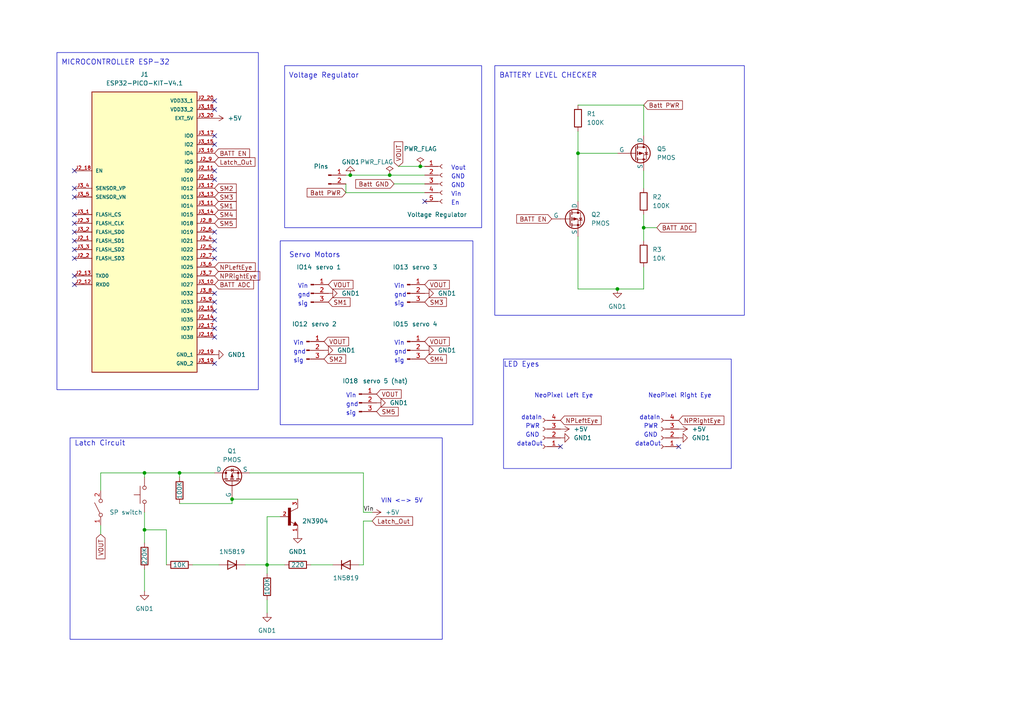
<source format=kicad_sch>
(kicad_sch (version 20230121) (generator eeschema)
  (paper "A4")
  (lib_symbols
    (symbol "2N3904:2N3904" (pin_names (offset 1.016))
      (property "Reference" "Q" (at -10.16 7.62 0))
      (property "Value" "2N3904" (at -10.16 -7.62 0))
      (symbol "2N3904_0_0"
        (rectangle (start -0.254 -2.54) (end 0.508 2.54) (stroke (width 0.1)) (fill (type outline)))
        (polyline (pts (xy 1.27 -2.54) (xy 1.778 -1.524)) (stroke (width 0.1524)))
        (polyline (pts (xy 1.524 -2.413) (xy 2.286 -2.413)) (stroke (width 0.254)))
        (polyline (pts (xy 1.524 -2.286) (xy 1.905 -2.286)) (stroke (width 0.254)))
        (polyline (pts (xy 1.54 -2.04) (xy 0.308 -1.424)) (stroke (width 0.1524)))
        (polyline (pts (xy 1.778 -1.778) (xy 1.524 -2.286)) (stroke (width 0.254)))
        (polyline (pts (xy 1.778 -1.524) (xy 2.54 -2.54)) (stroke (width 0.1524)))
        (polyline (pts (xy 1.905 -2.286) (xy 1.778 -2.032)) (stroke (width 0.254)))
        (polyline (pts (xy 2.286 -2.413) (xy 1.778 -1.778)) (stroke (width 0.254)))
        (polyline (pts (xy 2.54 -2.54) (xy 1.27 -2.54)) (stroke (width 0.1524)))
        (polyline (pts (xy 2.54 2.54) (xy 0.508 1.524)) (stroke (width 0.1524)))
        (pin passive line (at 2.54 -5.08 90) (length 2.54) (name "~") (number "1"))
        (pin passive line (at -2.54 0 0) (length 2.54) (name "~") (number "2"))
        (pin passive line (at 2.54 5.08 270) (length 2.54) (name "~") (number "3"))
      )
    )
    (symbol "Connector:Conn_01x02_Pin" (pin_names (offset 1.016) hide)
      (property "Reference" "J" (at 0 2.54 0))
      (property "Value" "Conn_01x02_Pin" (at 0 -5.08 0))
      (symbol "Conn_01x02_Pin_1_1"
        (polyline (pts (xy 1.27 -2.54) (xy 0.8636 -2.54)) (stroke (width 0.1524)))
        (polyline (pts (xy 1.27 0) (xy 0.8636 0)) (stroke (width 0.1524)))
        (rectangle (start 0.8636 -2.413) (end 0 -2.667) (stroke (width 0.1524)) (fill (type outline)))
        (rectangle (start 0.8636 0.127) (end 0 -0.127) (stroke (width 0.1524)) (fill (type outline)))
        (pin passive line (at 5.08 0 180) (length 3.81) (name "Pin_1") (number "1"))
        (pin passive line (at 5.08 -2.54 180) (length 3.81) (name "Pin_2") (number "2"))
      )
    )
    (symbol "Connector:Conn_01x03_Pin" (pin_names (offset 1.016) hide)
      (property "Reference" "J" (at 0 5.08 0))
      (property "Value" "Conn_01x03_Pin" (at 0 -5.08 0))
      (symbol "Conn_01x03_Pin_1_1"
        (polyline (pts (xy 1.27 -2.54) (xy 0.8636 -2.54)) (stroke (width 0.1524)))
        (polyline (pts (xy 1.27 0) (xy 0.8636 0)) (stroke (width 0.1524)))
        (polyline (pts (xy 1.27 2.54) (xy 0.8636 2.54)) (stroke (width 0.1524)))
        (rectangle (start 0.8636 -2.413) (end 0 -2.667) (stroke (width 0.1524)) (fill (type outline)))
        (rectangle (start 0.8636 0.127) (end 0 -0.127) (stroke (width 0.1524)) (fill (type outline)))
        (rectangle (start 0.8636 2.667) (end 0 2.413) (stroke (width 0.1524)) (fill (type outline)))
        (pin passive line (at 5.08 2.54 180) (length 3.81) (name "Pin_1") (number "1"))
        (pin passive line (at 5.08 0 180) (length 3.81) (name "Pin_2") (number "2"))
        (pin passive line (at 5.08 -2.54 180) (length 3.81) (name "Pin_3") (number "3"))
      )
    )
    (symbol "Connector:Conn_01x04_Socket" (pin_names (offset 1.016) hide)
      (property "Reference" "J" (at 0 5.08 0))
      (property "Value" "Conn_01x04_Socket" (at 0 -7.62 0))
      (symbol "Conn_01x04_Socket_1_1"
        (arc (start 0 -4.572) (mid -0.5058 -5.08) (end 0 -5.588) (stroke (width 0.1524)))
        (arc (start 0 -2.032) (mid -0.5058 -2.54) (end 0 -3.048) (stroke (width 0.1524)))
        (polyline (pts (xy -1.27 -5.08) (xy -0.508 -5.08)) (stroke (width 0.1524)))
        (polyline (pts (xy -1.27 -2.54) (xy -0.508 -2.54)) (stroke (width 0.1524)))
        (polyline (pts (xy -1.27 0) (xy -0.508 0)) (stroke (width 0.1524)))
        (polyline (pts (xy -1.27 2.54) (xy -0.508 2.54)) (stroke (width 0.1524)))
        (arc (start 0 0.508) (mid -0.5058 0) (end 0 -0.508) (stroke (width 0.1524)))
        (arc (start 0 3.048) (mid -0.5058 2.54) (end 0 2.032) (stroke (width 0.1524)))
        (pin passive line (at -5.08 2.54 0) (length 3.81) (name "Pin_1") (number "1"))
        (pin passive line (at -5.08 0 0) (length 3.81) (name "Pin_2") (number "2"))
        (pin passive line (at -5.08 -2.54 0) (length 3.81) (name "Pin_3") (number "3"))
        (pin passive line (at -5.08 -5.08 0) (length 3.81) (name "Pin_4") (number "4"))
      )
    )
    (symbol "Connector:Conn_01x05_Socket" (pin_names (offset 1.016) hide)
      (property "Reference" "J" (at 0 7.62 0))
      (property "Value" "Conn_01x05_Socket" (at 0 -7.62 0))
      (symbol "Conn_01x05_Socket_1_1"
        (arc (start 0 -4.572) (mid -0.5058 -5.08) (end 0 -5.588) (stroke (width 0.1524)))
        (arc (start 0 -2.032) (mid -0.5058 -2.54) (end 0 -3.048) (stroke (width 0.1524)))
        (polyline (pts (xy -1.27 -5.08) (xy -0.508 -5.08)) (stroke (width 0.1524)))
        (polyline (pts (xy -1.27 -2.54) (xy -0.508 -2.54)) (stroke (width 0.1524)))
        (polyline (pts (xy -1.27 0) (xy -0.508 0)) (stroke (width 0.1524)))
        (polyline (pts (xy -1.27 2.54) (xy -0.508 2.54)) (stroke (width 0.1524)))
        (polyline (pts (xy -1.27 5.08) (xy -0.508 5.08)) (stroke (width 0.1524)))
        (arc (start 0 0.508) (mid -0.5058 0) (end 0 -0.508) (stroke (width 0.1524)))
        (arc (start 0 3.048) (mid -0.5058 2.54) (end 0 2.032) (stroke (width 0.1524)))
        (arc (start 0 5.588) (mid -0.5058 5.08) (end 0 4.572) (stroke (width 0.1524)))
        (pin passive line (at -5.08 5.08 0) (length 3.81) (name "Pin_1") (number "1"))
        (pin passive line (at -5.08 2.54 0) (length 3.81) (name "Pin_2") (number "2"))
        (pin passive line (at -5.08 0 0) (length 3.81) (name "Pin_3") (number "3"))
        (pin passive line (at -5.08 -2.54 0) (length 3.81) (name "Pin_4") (number "4"))
        (pin passive line (at -5.08 -5.08 0) (length 3.81) (name "Pin_5") (number "5"))
      )
    )
    (symbol "Device:R" (pin_numbers hide) (pin_names (offset 0))
      (property "Reference" "R" (at 2.032 0 90))
      (property "Value" "R" (at 0 0 90))
      (symbol "R_0_1"
        (rectangle (start -1.016 -2.54) (end 1.016 2.54) (stroke (width 0.254)))
      )
      (symbol "R_1_1"
        (pin passive line (at 0 3.81 270) (length 1.27) (name "~") (number "1"))
        (pin passive line (at 0 -3.81 90) (length 1.27) (name "~") (number "2"))
      )
    )
    (symbol "Diode:1N4006" (pin_numbers hide) (pin_names hide)
      (property "Reference" "D" (at 0 2.54 0))
      (property "Value" "1N4006" (at 0 -2.54 0))
      (symbol "1N4006_0_1"
        (polyline (pts (xy -1.27 1.27) (xy -1.27 -1.27)) (stroke (width 0.254)))
        (polyline (pts (xy 1.27 0) (xy -1.27 0)))
        (polyline (pts (xy 1.27 1.27) (xy 1.27 -1.27) (xy -1.27 0) (xy 1.27 1.27)) (stroke (width 0.254)))
      )
      (symbol "1N4006_1_1"
        (pin passive line (at -3.81 0 0) (length 2.54) (name "K") (number "1"))
        (pin passive line (at 3.81 0 180) (length 2.54) (name "A") (number "2"))
      )
    )
    (symbol "ESP32-PICO-KIT-V4.1:ESP32-PICO-KIT-V4.1" (pin_names (offset 1.016))
      (property "Reference" "J" (at -15.24 41.91 0))
      (property "Value" "ESP32-PICO-KIT-V4.1" (at -15.24 -43.18 0))
      (symbol "ESP32-PICO-KIT-V4.1_0_0"
        (rectangle (start -15.24 -40.64) (end 15.24 40.64) (stroke (width 0.254)) (fill (type background)))
        (pin bidirectional line (at -20.32 -2.54 0) (length 5.08) (name "FLASH_SD1") (number "J2_1"))
        (pin bidirectional line (at 20.32 15.24 180) (length 5.08) (name "IO10") (number "J2_10"))
        (pin bidirectional line (at 20.32 17.78 180) (length 5.08) (name "IO9") (number "J2_11"))
        (pin bidirectional line (at -20.32 -15.24 0) (length 5.08) (name "RXD0") (number "J2_12"))
        (pin bidirectional line (at -20.32 -12.7 0) (length 5.08) (name "TXD0") (number "J2_13"))
        (pin input line (at 20.32 -25.4 180) (length 5.08) (name "IO35") (number "J2_14"))
        (pin input line (at 20.32 -22.86 180) (length 5.08) (name "IO34") (number "J2_15"))
        (pin input line (at 20.32 -30.48 180) (length 5.08) (name "IO38") (number "J2_16"))
        (pin input line (at 20.32 -27.94 180) (length 5.08) (name "IO37") (number "J2_17"))
        (pin input line (at -20.32 17.78 0) (length 5.08) (name "EN") (number "J2_18"))
        (pin power_in line (at 20.32 -35.56 180) (length 5.08) (name "GND_1") (number "J2_19"))
        (pin bidirectional line (at -20.32 -7.62 0) (length 5.08) (name "FLASH_SD3") (number "J2_2"))
        (pin power_in line (at 20.32 38.1 180) (length 5.08) (name "VDD33_1") (number "J2_20"))
        (pin bidirectional line (at -20.32 2.54 0) (length 5.08) (name "FLASH_CLK") (number "J2_3"))
        (pin bidirectional line (at 20.32 -2.54 180) (length 5.08) (name "IO21") (number "J2_4"))
        (pin bidirectional line (at 20.32 -5.08 180) (length 5.08) (name "IO22") (number "J2_5"))
        (pin bidirectional line (at 20.32 0 180) (length 5.08) (name "IO19") (number "J2_6"))
        (pin bidirectional line (at 20.32 -7.62 180) (length 5.08) (name "IO23") (number "J2_7"))
        (pin bidirectional line (at 20.32 2.54 180) (length 5.08) (name "IO18") (number "J2_8"))
        (pin bidirectional line (at 20.32 20.32 180) (length 5.08) (name "IO5") (number "J2_9"))
        (pin bidirectional line (at -20.32 5.08 0) (length 5.08) (name "FLASH_CS") (number "J3_1"))
        (pin bidirectional line (at 20.32 -15.24 180) (length 5.08) (name "IO27") (number "J3_10"))
        (pin bidirectional line (at 20.32 7.62 180) (length 5.08) (name "IO14") (number "J3_11"))
        (pin bidirectional line (at 20.32 12.7 180) (length 5.08) (name "IO12") (number "J3_12"))
        (pin bidirectional line (at 20.32 10.16 180) (length 5.08) (name "IO13") (number "J3_13"))
        (pin bidirectional line (at 20.32 5.08 180) (length 5.08) (name "IO15") (number "J3_14"))
        (pin bidirectional line (at 20.32 25.4 180) (length 5.08) (name "IO2") (number "J3_15"))
        (pin bidirectional line (at 20.32 22.86 180) (length 5.08) (name "IO4") (number "J3_16"))
        (pin bidirectional line (at 20.32 27.94 180) (length 5.08) (name "IO0") (number "J3_17"))
        (pin power_in line (at 20.32 35.56 180) (length 5.08) (name "VDD33_2") (number "J3_18"))
        (pin power_in line (at 20.32 -38.1 180) (length 5.08) (name "GND_2") (number "J3_19"))
        (pin bidirectional line (at -20.32 0 0) (length 5.08) (name "FLASH_SD0") (number "J3_2"))
        (pin power_in line (at 20.32 33.02 180) (length 5.08) (name "EXT_5V") (number "J3_20"))
        (pin bidirectional line (at -20.32 -5.08 0) (length 5.08) (name "FLASH_SD2") (number "J3_3"))
        (pin input line (at -20.32 12.7 0) (length 5.08) (name "SENSOR_VP") (number "J3_4"))
        (pin input line (at -20.32 10.16 0) (length 5.08) (name "SENSOR_VN") (number "J3_5"))
        (pin bidirectional line (at 20.32 -10.16 180) (length 5.08) (name "IO25") (number "J3_6"))
        (pin bidirectional line (at 20.32 -12.7 180) (length 5.08) (name "IO26") (number "J3_7"))
        (pin bidirectional line (at 20.32 -17.78 180) (length 5.08) (name "IO32") (number "J3_8"))
        (pin bidirectional line (at 20.32 -20.32 180) (length 5.08) (name "IO33") (number "J3_9"))
      )
    )
    (symbol "Simulation_SPICE:PMOS" (pin_numbers hide) (pin_names (offset 0))
      (property "Reference" "Q" (at 5.08 1.27 0))
      (property "Value" "PMOS" (at 5.08 -1.27 0))
      (symbol "PMOS_0_1"
        (polyline (pts (xy 0.254 0) (xy -2.54 0)))
        (polyline (pts (xy 0.254 1.905) (xy 0.254 -1.905)) (stroke (width 0.254)))
        (polyline (pts (xy 0.762 -1.27) (xy 0.762 -2.286)) (stroke (width 0.254)))
        (polyline (pts (xy 0.762 0.508) (xy 0.762 -0.508)) (stroke (width 0.254)))
        (polyline (pts (xy 0.762 2.286) (xy 0.762 1.27)) (stroke (width 0.254)))
        (polyline (pts (xy 2.54 2.54) (xy 2.54 1.778)))
        (polyline (pts (xy 2.54 -2.54) (xy 2.54 0) (xy 0.762 0)))
        (polyline (pts (xy 0.762 1.778) (xy 3.302 1.778) (xy 3.302 -1.778) (xy 0.762 -1.778)))
        (polyline (pts (xy 2.286 0) (xy 1.27 0.381) (xy 1.27 -0.381) (xy 2.286 0)) (fill (type outline)))
        (polyline (pts (xy 2.794 -0.508) (xy 2.921 -0.381) (xy 3.683 -0.381) (xy 3.81 -0.254)))
        (polyline (pts (xy 3.302 -0.381) (xy 2.921 0.254) (xy 3.683 0.254) (xy 3.302 -0.381)))
        (circle (center 1.651 0) (radius 2.794) (stroke (width 0.254)))
        (circle (center 2.54 -1.778) (radius 0.254) (fill (type outline)))
        (circle (center 2.54 1.778) (radius 0.254) (fill (type outline)))
      )
      (symbol "PMOS_1_1"
        (pin passive line (at 2.54 5.08 270) (length 2.54) (name "D") (number "1"))
        (pin input line (at -5.08 0 0) (length 2.54) (name "G") (number "2"))
        (pin passive line (at 2.54 -5.08 90) (length 2.54) (name "S") (number "3"))
      )
    )
    (symbol "Switch:SW_Push" (pin_numbers hide) (pin_names (offset 1.016) hide)
      (property "Reference" "SW" (at 1.27 2.54 0))
      (property "Value" "SW_Push" (at 0 -1.524 0))
      (symbol "SW_Push_0_1"
        (circle (center -2.032 0) (radius 0.508))
        (polyline (pts (xy 0 1.27) (xy 0 3.048)))
        (polyline (pts (xy 2.54 1.27) (xy -2.54 1.27)))
        (circle (center 2.032 0) (radius 0.508))
        (pin passive line (at -5.08 0 0) (length 2.54) (name "1") (number "1"))
        (pin passive line (at 5.08 0 180) (length 2.54) (name "2") (number "2"))
      )
    )
    (symbol "Switch:SW_SPST" (pin_names (offset 0) hide)
      (property "Reference" "SW" (at 0 3.175 0))
      (property "Value" "SW_SPST" (at 0 -2.54 0))
      (symbol "SW_SPST_0_0"
        (circle (center -2.032 0) (radius 0.508))
        (polyline (pts (xy -1.524 0.254) (xy 1.524 1.778)))
        (circle (center 2.032 0) (radius 0.508))
      )
      (symbol "SW_SPST_1_1"
        (pin passive line (at -5.08 0 0) (length 2.54) (name "A") (number "1"))
        (pin passive line (at 5.08 0 180) (length 2.54) (name "B") (number "2"))
      )
    )
    (symbol "power:+5V" (power) (pin_names (offset 0))
      (property "Value" "+5V" (at 0 3.556 0))
      (symbol "+5V_0_1"
        (polyline (pts (xy -0.762 1.27) (xy 0 2.54)))
        (polyline (pts (xy 0 0) (xy 0 2.54)))
        (polyline (pts (xy 0 2.54) (xy 0.762 1.27)))
      )
      (symbol "+5V_1_1"
        (pin power_in line (at 0 0 90) (length 0) hide (name "+5V") (number "1"))
      )
    )
    (symbol "power:GND1" (power) (pin_names (offset 0))
      (property "Value" "GND1" (at 0 -3.81 0))
      (symbol "GND1_0_1"
        (polyline (pts (xy 0 0) (xy 0 -1.27) (xy 1.27 -1.27) (xy 0 -2.54) (xy -1.27 -1.27) (xy 0 -1.27)))
      )
      (symbol "GND1_1_1"
        (pin power_in line (at 0 0 270) (length 0) hide (name "GND1") (number "1"))
      )
    )
    (symbol "power:PWR_FLAG" (power) (pin_numbers hide) (pin_names (offset 0) hide)
      (property "Value" "PWR_FLAG" (at 0 3.81 0))
      (symbol "PWR_FLAG_0_0"
        (pin power_out line (at 0 0 90) (length 0) (name "pwr") (number "1"))
      )
      (symbol "PWR_FLAG_0_1"
        (polyline (pts (xy 0 0) (xy 0 1.27) (xy -1.016 1.905) (xy 0 2.54) (xy 1.016 1.905) (xy 0 1.27)))
      )
    )
  )
  (junction (at 179.07 83.82))
  (junction (at 167.64 44.45))
  (junction (at 186.69 66.04))
  (junction (at 41.91 137.16))
  (junction (at 67.31 144.78))
  (junction (at 77.47 163.83))
  (junction (at 121.92 48.26))
  (junction (at 41.91 153.67))
  (junction (at 113.03 50.8))
  (junction (at 101.6 50.8))
  (junction (at 52.07 137.16))
  (no_connect (at 62.23 74.93))
  (no_connect (at 21.59 64.77))
  (no_connect (at 62.23 39.37))
  (no_connect (at 21.59 72.39))
  (no_connect (at 123.19 58.42))
  (no_connect (at 62.23 41.91))
  (no_connect (at 21.59 49.53))
  (no_connect (at 21.59 69.85))
  (no_connect (at 62.23 52.07))
  (no_connect (at 62.23 67.31))
  (no_connect (at 62.23 105.41))
  (no_connect (at 62.23 87.63))
  (no_connect (at 62.23 85.09))
  (no_connect (at 196.85 129.54))
  (no_connect (at 162.56 129.54))
  (no_connect (at 62.23 97.79))
  (no_connect (at 62.23 90.17))
  (no_connect (at 62.23 72.39))
  (no_connect (at 62.23 92.71))
  (no_connect (at 21.59 62.23))
  (no_connect (at 62.23 31.75))
  (no_connect (at 21.59 54.61))
  (no_connect (at 62.23 95.25))
  (no_connect (at 21.59 82.55))
  (no_connect (at 62.23 29.21))
  (no_connect (at 21.59 57.15))
  (no_connect (at 21.59 74.93))
  (no_connect (at 21.59 67.31))
  (no_connect (at 21.59 80.01))
  (no_connect (at 62.23 49.53))
  (no_connect (at 62.23 69.85))
  (wire (pts (xy 77.47 166.37) (xy 77.47 163.83)))
  (wire (pts (xy 67.31 144.78) (xy 67.31 146.05)))
  (wire (pts (xy 77.47 173.99) (xy 77.47 177.8)))
  (wire (pts (xy 52.07 137.16) (xy 62.23 137.16)))
  (wire (pts (xy 41.91 138.43) (xy 41.91 137.16)))
  (wire (pts (xy 77.47 163.83) (xy 77.47 149.86)))
  (wire (pts (xy 29.21 152.4) (xy 29.21 154.94)))
  (wire (pts (xy 41.91 165.1) (xy 41.91 171.45)))
  (wire (pts (xy 29.21 137.16) (xy 29.21 142.24)))
  (wire (pts (xy 41.91 153.67) (xy 48.26 153.67)))
  (wire (pts (xy 186.69 77.47) (xy 186.69 83.82)))
  (wire (pts (xy 41.91 137.16) (xy 52.07 137.16)))
  (wire (pts (xy 113.03 50.8) (xy 123.19 50.8)))
  (wire (pts (xy 115.57 48.26) (xy 121.92 48.26)))
  (wire (pts (xy 100.33 55.88) (xy 100.33 53.34)))
  (wire (pts (xy 167.64 44.45) (xy 167.64 58.42)))
  (wire (pts (xy 105.41 151.13) (xy 105.41 163.83)))
  (wire (pts (xy 121.92 48.26) (xy 123.19 48.26)))
  (wire (pts (xy 41.91 148.59) (xy 41.91 153.67)))
  (wire (pts (xy 123.19 55.88) (xy 100.33 55.88)))
  (wire (pts (xy 100.33 50.8) (xy 101.6 50.8)))
  (wire (pts (xy 105.41 148.59) (xy 107.95 148.59)))
  (wire (pts (xy 101.6 50.8) (xy 113.03 50.8)))
  (wire (pts (xy 167.64 83.82) (xy 179.07 83.82)))
  (wire (pts (xy 55.88 163.83) (xy 63.5 163.83)))
  (wire (pts (xy 186.69 30.48) (xy 186.69 39.37)))
  (wire (pts (xy 29.21 137.16) (xy 41.91 137.16)))
  (wire (pts (xy 48.26 153.67) (xy 48.26 163.83)))
  (wire (pts (xy 167.64 68.58) (xy 167.64 83.82)))
  (wire (pts (xy 167.64 38.1) (xy 167.64 44.45)))
  (wire (pts (xy 41.91 153.67) (xy 41.91 157.48)))
  (wire (pts (xy 186.69 49.53) (xy 186.69 54.61)))
  (wire (pts (xy 186.69 66.04) (xy 186.69 69.85)))
  (wire (pts (xy 179.07 83.82) (xy 186.69 83.82)))
  (wire (pts (xy 104.14 163.83) (xy 105.41 163.83)))
  (wire (pts (xy 105.41 137.16) (xy 105.41 148.59)))
  (wire (pts (xy 167.64 30.48) (xy 186.69 30.48)))
  (wire (pts (xy 77.47 149.86) (xy 81.28 149.86)))
  (wire (pts (xy 77.47 163.83) (xy 82.55 163.83)))
  (wire (pts (xy 67.31 144.78) (xy 86.36 144.78)))
  (wire (pts (xy 52.07 137.16) (xy 52.07 138.43)))
  (wire (pts (xy 186.69 66.04) (xy 190.5 66.04)))
  (wire (pts (xy 72.39 137.16) (xy 105.41 137.16)))
  (wire (pts (xy 71.12 163.83) (xy 77.47 163.83)))
  (wire (pts (xy 90.17 163.83) (xy 96.52 163.83)))
  (wire (pts (xy 114.3 53.34) (xy 123.19 53.34)))
  (wire (pts (xy 186.69 62.23) (xy 186.69 66.04)))
  (wire (pts (xy 105.41 151.13) (xy 107.95 151.13)))
  (wire (pts (xy 52.07 146.05) (xy 67.31 146.05)))
  (wire (pts (xy 179.07 44.45) (xy 167.64 44.45)))
  (rectangle (start 146.05 104.14) (end 212.09 135.89))
  (rectangle (start 82.55 19.05) (end 139.7 66.04))
  (rectangle (start 143.51 19.05) (end 215.9 91.44))
  (rectangle (start 81.28 69.85) (end 137.16 123.19))
  (rectangle (start 20.32 127) (end 128.27 185.42))
  (rectangle (start 16.51 15.24) (end 74.93 113.03))
  (text "sig" (at 114.3 105.41 0) (effects (font (size 1.27 1.27)) (justify left bottom)))
  (text "VIN <-> 5V" (at 110.49 146.05 0) (effects (font (size 1.27 1.27)) (justify left bottom)))
  (text "GND" (at 152.4 127 0) (effects (font (size 1.27 1.27)) (justify left bottom)))
  (text "Vin\n" (at 114.3 83.82 0) (effects (font (size 1.27 1.27)) (justify left bottom)))
  (text "Latch Circuit" (at 21.59 129.54 0) (effects (font (size 1.5 1.5)) (justify left bottom)))
  (text "NeoPixel Left Eye" (at 154.94 115.57 0) (effects (font (size 1.27 1.27)) (justify left bottom)))
  (text "Voltage Regulator" (at 104.14 22.86 0) (effects (font (size 1.5 1.5)) (justify right bottom)))
  (text "sig" (at 85.09 105.41 0) (effects (font (size 1.27 1.27)) (justify left bottom)))
  (text "gnd\n" (at 114.3 102.87 0) (effects (font (size 1.27 1.27)) (justify left bottom)))
  (text "Servo Motors" (at 83.82 74.93 0) (effects (font (size 1.5 1.5)) (justify left bottom)))
  (text "sig" (at 114.3 88.9 0) (effects (font (size 1.27 1.27)) (justify left bottom)))
  (text "NeoPixel Right Eye" (at 187.96 115.57 0) (effects (font (size 1.27 1.27)) (justify left bottom)))
  (text "dataIn" (at 185.42 121.92 0) (effects (font (size 1.27 1.27)) (justify left bottom)))
  (text "LED Eyes" (at 146.05 106.68 0) (effects (font (size 1.5 1.5)) (justify left bottom)))
  (text "GND" (at 130.81 54.61 0) (effects (font (size 1.27 1.27)) (justify left bottom)))
  (text "BATTERY LEVEL CHECKER" (at 144.78 22.86 0) (effects (font (size 1.5 1.5)) (justify left bottom)))
  (text "dataOut\n" (at 149.86 129.54 0) (effects (font (size 1.27 1.27)) (justify left bottom)))
  (text "MICROCONTROLLER ESP-32\n" (at 17.78 19.05 0) (effects (font (size 1.5 1.5)) (justify left bottom)))
  (text "Vin\n" (at 86.36 83.82 0) (effects (font (size 1.27 1.27)) (justify left bottom)))
  (text "gnd\n" (at 114.3 86.36 0) (effects (font (size 1.27 1.27)) (justify left bottom)))
  (text "PWR" (at 186.69 124.46 0) (effects (font (size 1.27 1.27)) (justify left bottom)))
  (text "Vin\n" (at 85.09 100.33 0) (effects (font (size 1.27 1.27)) (justify left bottom)))
  (text "sig" (at 86.36 88.9 0) (effects (font (size 1.27 1.27)) (justify left bottom)))
  (text "Vin" (at 130.81 57.15 0) (effects (font (size 1.27 1.27)) (justify left bottom)))
  (text "Vout" (at 130.81 49.53 0) (effects (font (size 1.27 1.27)) (justify left bottom)))
  (text "PWR" (at 152.4 124.46 0) (effects (font (size 1.27 1.27)) (justify left bottom)))
  (text "GND\n" (at 130.81 52.07 0) (effects (font (size 1.27 1.27)) (justify left bottom)))
  (text "Vin\n" (at 114.3 100.33 0) (effects (font (size 1.27 1.27)) (justify left bottom)))
  (text "En" (at 130.81 59.69 0) (effects (font (size 1.27 1.27)) (justify left bottom)))
  (text "dataOut\n" (at 184.15 129.54 0) (effects (font (size 1.27 1.27)) (justify left bottom)))
  (text "GND" (at 186.69 127 0) (effects (font (size 1.27 1.27)) (justify left bottom)))
  (text "gnd\n" (at 85.09 102.87 0) (effects (font (size 1.27 1.27)) (justify left bottom)))
  (text "sig" (at 100.33 120.65 0) (effects (font (size 1.27 1.27)) (justify left bottom)))
  (text "gnd\n" (at 100.33 118.11 0) (effects (font (size 1.27 1.27)) (justify left bottom)))
  (text "Vin\n" (at 100.33 115.57 0) (effects (font (size 1.27 1.27)) (justify left bottom)))
  (text "gnd\n" (at 86.36 86.36 0) (effects (font (size 1.27 1.27)) (justify left bottom)))
  (text "dataIn" (at 151.13 121.92 0) (effects (font (size 1.27 1.27)) (justify left bottom)))
  (label "Vin" (at 105.41 148.59 0))
  (global_label "SM2" (shape input) (at 62.23 54.61 0) (property "Intersheetrefs" "${INTERSHEET_REFS}" (effects hide)))
  (global_label "SM4" (shape input) (at 123.19 104.14 0) (property "Intersheetrefs" "${INTERSHEET_REFS}" (effects hide)))
  (global_label "BATT ADC" (shape input) (at 190.5 66.04 0) (property "Intersheetrefs" "${INTERSHEET_REFS}" (effects hide)))
  (global_label "Batt PWR" (shape input) (at 186.69 30.48 0) (property "Intersheetrefs" "${INTERSHEET_REFS}" (effects hide)))
  (global_label "VOUT" (shape input) (at 123.19 82.55 0) (property "Intersheetrefs" "${INTERSHEET_REFS}" (effects hide)))
  (global_label "SM3" (shape input) (at 62.23 57.15 0) (property "Intersheetrefs" "${INTERSHEET_REFS}" (effects hide)))
  (global_label "VOUT" (shape input) (at 109.22 114.3 0) (property "Intersheetrefs" "${INTERSHEET_REFS}" (effects hide)))
  (global_label "BATT EN" (shape input) (at 160.02 63.5 180) (property "Intersheetrefs" "${INTERSHEET_REFS}" (effects hide)))
  (global_label "VOUT" (shape input) (at 95.25 82.55 0) (property "Intersheetrefs" "${INTERSHEET_REFS}" (effects hide)))
  (global_label "VOUT" (shape input) (at 123.19 99.06 0) (property "Intersheetrefs" "${INTERSHEET_REFS}" (effects hide)))
  (global_label "Latch_Out" (shape input) (at 107.95 151.13 0) (property "Intersheetrefs" "${INTERSHEET_REFS}" (effects hide)))
  (global_label "SM4" (shape input) (at 62.23 62.23 0) (property "Intersheetrefs" "${INTERSHEET_REFS}" (effects hide)))
  (global_label "SM2" (shape input) (at 93.98 104.14 0) (property "Intersheetrefs" "${INTERSHEET_REFS}" (effects hide)))
  (global_label "NPLeftEye" (shape input) (at 62.23 77.47 0) (property "Intersheetrefs" "${INTERSHEET_REFS}" (effects hide)))
  (global_label "NPRightEye" (shape input) (at 196.85 121.92 0) (property "Intersheetrefs" "${INTERSHEET_REFS}" (effects hide)))
  (global_label "BATT EN" (shape input) (at 62.23 44.45 0) (property "Intersheetrefs" "${INTERSHEET_REFS}" (effects hide)))
  (global_label "VOUT" (shape input) (at 93.98 99.06 0) (property "Intersheetrefs" "${INTERSHEET_REFS}" (effects hide)))
  (global_label "SM5" (shape input) (at 62.23 64.77 0) (property "Intersheetrefs" "${INTERSHEET_REFS}" (effects hide)))
  (global_label "BATT ADC" (shape input) (at 62.23 82.55 0) (property "Intersheetrefs" "${INTERSHEET_REFS}" (effects hide)))
  (global_label "SM1" (shape input) (at 95.25 87.63 0) (property "Intersheetrefs" "${INTERSHEET_REFS}" (effects hide)))
  (global_label "Latch_Out" (shape input) (at 62.23 46.99 0) (property "Intersheetrefs" "${INTERSHEET_REFS}" (effects hide)))
  (global_label "SM3" (shape input) (at 123.19 87.63 0) (property "Intersheetrefs" "${INTERSHEET_REFS}" (effects hide)))
  (global_label "NPRightEye" (shape input) (at 62.23 80.01 0) (property "Intersheetrefs" "${INTERSHEET_REFS}" (effects hide)))
  (global_label "VOUT" (shape input) (at 115.57 48.26 90) (property "Intersheetrefs" "${INTERSHEET_REFS}" (effects hide)))
  (global_label "Batt GND" (shape input) (at 114.3 53.34 180) (property "Intersheetrefs" "${INTERSHEET_REFS}" (effects hide)))
  (global_label "NPLeftEye" (shape input) (at 162.56 121.92 0) (property "Intersheetrefs" "${INTERSHEET_REFS}" (effects hide)))
  (global_label "SM5" (shape input) (at 109.22 119.38 0) (property "Intersheetrefs" "${INTERSHEET_REFS}" (effects hide)))
  (global_label "SM1" (shape input) (at 62.23 59.69 0) (property "Intersheetrefs" "${INTERSHEET_REFS}" (effects hide)))
  (global_label "VOUT" (shape input) (at 29.21 154.94 270) (property "Intersheetrefs" "${INTERSHEET_REFS}" (effects hide)))
  (global_label "Batt PWR" (shape input) (at 100.33 55.88 180) (property "Intersheetrefs" "${INTERSHEET_REFS}" (effects hide)))
  (symbol (lib_id "Connector:Conn_01x05_Socket") (at 128.27 53.34 0) (unit 1)
    (property "Reference" "J2" (effects hide))
    (property "Value" "Voltage Regulator" (at 118.11 62.23 0) (effects (justify left)))
    (property "Footprint" "Connector_PinSocket_1.00mm:PinSocket_1x05_P1.00mm_Vertical" (effects hide))
  )
  (symbol (lib_id "Device:R") (at 52.07 163.83 90) (unit 1)
    (property "Reference" "R6" (effects hide))
    (property "Value" "10K" (at 52.07 163.83 90))
    (property "Footprint" "Resistor_SMD:R_0805_2012Metric" (effects hide))
  )
  (symbol (lib_id "Device:R") (at 52.07 142.24 0) (unit 1)
    (property "Reference" "R5" (effects hide))
    (property "Value" "100K" (at 52.07 144.78 90) (effects (justify left)))
    (property "Footprint" "Resistor_SMD:R_0805_2012Metric" (effects hide))
  )
  (symbol (lib_id "Simulation_SPICE:PMOS") (at 67.31 139.7 90) (unit 1)
    (property "Reference" "Q1" (at 67.31 130.81 90))
    (property "Value" "PMOS" (at 67.31 133.35 90))
    (property "Footprint" "dancebot pcb libraries stuff:TO254P1052X465X1989-3" (effects hide))
    (property "Datasheet" "https://ngspice.sourceforge.io/docs/ngspice-manual.pdf" (effects hide))
    (property "Sim.Device" "PMOS" (effects hide))
    (property "Sim.Type" "VDMOS" (effects hide))
    (property "Sim.Pins" "1=D 2=G 3=S" (effects hide))
  )
  (symbol (lib_id "Connector:Conn_01x03_Pin") (at 88.9 101.6 0) (unit 1)
    (property "Reference" "IO12" (at 86.995 93.98 0))
    (property "Value" "servo 2" (at 93.98 93.98 0))
    (property "Footprint" "Connector_PinHeader_1.00mm:PinHeader_1x03_P1.00mm_Vertical" (effects hide))
  )
  (symbol (lib_id "power:+5V") (at 62.23 34.29 270) (unit 1)
    (property "Reference" "#PWR012" (effects hide))
    (property "Value" "+5V" (at 66.04 34.29 90) (effects (justify left)))
  )
  (symbol (lib_id "power:GND1") (at 196.85 127 90) (unit 1)
    (property "Reference" "#PWR021" (effects hide))
    (property "Value" "GND1" (at 200.66 127 90) (effects (justify right)))
  )
  (symbol (lib_id "power:GND1") (at 77.47 177.8 0) (unit 1)
    (property "Reference" "#PWR017" (effects hide))
    (property "Value" "GND1" (at 77.47 182.88 0))
  )
  (symbol (lib_id "Simulation_SPICE:PMOS") (at 165.1 63.5 0) (unit 1)
    (property "Reference" "Q2" (at 171.45 62.23 0) (effects (justify left)))
    (property "Value" "PMOS" (at 171.45 64.77 0) (effects (justify left)))
    (property "Footprint" "dancebot pcb libraries stuff:TO254P1052X465X1989-3" (effects hide))
    (property "Datasheet" "https://ngspice.sourceforge.io/docs/ngspice-manual.pdf" (effects hide))
    (property "Sim.Device" "PMOS" (effects hide))
    (property "Sim.Type" "VDMOS" (effects hide))
    (property "Sim.Pins" "1=D 2=G 3=S" (effects hide))
  )
  (symbol (lib_id "power:GND1") (at 95.25 85.09 90) (unit 1)
    (property "Reference" "#PWR023" (effects hide))
    (property "Value" "GND1" (at 99.06 85.09 90) (effects (justify right)))
  )
  (symbol (lib_id "ESP32-PICO-KIT-V4.1:ESP32-PICO-KIT-V4.1") (at 41.91 67.31 0) (unit 1)
    (property "Reference" "J1" (at 41.91 21.59 0))
    (property "Value" "ESP32-PICO-KIT-V4.1" (at 41.91 24.13 0))
    (property "Footprint" "ESP32-PICO-KIT-V4.1:XCVR_ESP32-PICO-KIT-V4.1" (effects hide))
    (property "MF" "Espressif Systems" (effects hide))
    (property "MAXIMUM_PACKAGE_HEIGHT" "10 mm" (effects hide))
    (property "Package" "None" (effects hide))
    (property "Price" "None" (effects hide))
    (property "Check_prices" "https://www.snapeda.com/parts/ESP32-PICO-KIT-V4.1/Espressif+Systems/view-part/?ref=eda" (effects hide))
    (property "STANDARD" "Manufacturer Recommendations" (effects hide))
    (property "PARTREV" "4.1" (effects hide))
    (property "SnapEDA_Link" "https://www.snapeda.com/parts/ESP32-PICO-KIT-V4.1/Espressif+Systems/view-part/?ref=snap" (effects hide))
    (property "MP" "ESP32-PICO-KIT-V4.1" (effects hide))
    (property "Description" "\\nWiFi Development Tools (802.11)\\n" (effects hide))
    (property "Availability" "In Stock" (effects hide))
    (property "MANUFACTURER" "Espressif Systems" (effects hide))
  )
  (symbol (lib_id "power:GND1") (at 162.56 127 90) (unit 1)
    (property "Reference" "#PWR024" (effects hide))
    (property "Value" "GND1" (at 166.37 127 90) (effects (justify right)))
  )
  (symbol (lib_id "Connector:Conn_01x02_Pin") (at 95.25 50.8 0) (unit 1)
    (property "Reference" "J4" (effects hide))
    (property "Value" "Pins" (at 95.25 48.26 0) (effects (justify right)))
    (property "Footprint" "Connector_PinHeader_1.00mm:PinHeader_1x02_P1.00mm_Vertical" (effects hide))
  )
  (symbol (lib_id "power:+5V") (at 162.56 124.46 270) (unit 1)
    (property "Reference" "#PWR025" (effects hide))
    (property "Value" "+5V" (at 166.37 124.46 90) (effects (justify left)))
  )
  (symbol (lib_id "power:GND1") (at 101.6 50.8 180) (unit 1)
    (property "Reference" "#PWR01" (effects hide))
    (property "Value" "GND1" (at 99.06 46.99 0) (effects (justify right)))
  )
  (symbol (lib_id "Simulation_SPICE:PMOS") (at 184.15 44.45 0) (unit 1)
    (property "Reference" "Q5" (at 190.5 43.18 0) (effects (justify left)))
    (property "Value" "PMOS" (at 190.5 45.72 0) (effects (justify left)))
    (property "Footprint" "dancebot pcb libraries stuff:TO254P1052X465X1989-3" (effects hide))
    (property "Datasheet" "https://ngspice.sourceforge.io/docs/ngspice-manual.pdf" (effects hide))
    (property "Sim.Device" "PMOS" (effects hide))
    (property "Sim.Type" "VDMOS" (effects hide))
    (property "Sim.Pins" "1=D 2=G 3=S" (effects hide))
  )
  (symbol (lib_id "Device:R") (at 77.47 170.18 0) (unit 1)
    (property "Reference" "R7" (effects hide))
    (property "Value" "100K" (at 77.47 172.72 90) (effects (justify left)))
    (property "Footprint" "Resistor_SMD:R_0805_2012Metric" (effects hide))
  )
  (symbol (lib_id "Connector:Conn_01x04_Socket") (at 157.48 127 180) (unit 1)
    (property "Reference" "J7" (effects hide))
    (property "Value" "Conn_01x04_Socket" (effects hide))
    (property "Footprint" "Connector_PinSocket_1.00mm:PinSocket_1x04_P1.00mm_Vertical" (effects hide))
  )
  (symbol (lib_id "Device:R") (at 86.36 163.83 90) (unit 1)
    (property "Reference" "R8" (effects hide))
    (property "Value" "220" (at 86.36 163.83 90))
    (property "Footprint" "Resistor_SMD:R_0805_2012Metric" (effects hide))
  )
  (symbol (lib_id "Device:R") (at 186.69 73.66 0) (unit 1)
    (property "Reference" "R3" (at 189.23 72.39 0) (effects (justify left)))
    (property "Value" "10K" (at 189.23 74.93 0) (effects (justify left)))
    (property "Footprint" "Resistor_SMD:R_0805_2012Metric" (effects hide))
  )
  (symbol (lib_id "Device:R") (at 167.64 34.29 0) (unit 1)
    (property "Reference" "R1" (at 170.18 33.02 0) (effects (justify left)))
    (property "Value" "100K" (at 170.18 35.56 0) (effects (justify left)))
    (property "Footprint" "Resistor_SMD:R_0805_2012Metric" (effects hide))
  )
  (symbol (lib_id "Device:R") (at 186.69 58.42 0) (unit 1)
    (property "Reference" "R2" (at 189.23 57.15 0) (effects (justify left)))
    (property "Value" "100K" (at 189.23 59.69 0) (effects (justify left)))
    (property "Footprint" "Resistor_SMD:R_0805_2012Metric" (effects hide))
  )
  (symbol (lib_id "Connector:Conn_01x03_Pin") (at 104.14 116.84 0) (unit 1)
    (property "Reference" "IO18" (at 101.6 110.49 0))
    (property "Value" "servo 5 (hat)" (at 111.76 110.49 0))
    (property "Footprint" "Connector_PinHeader_1.00mm:PinHeader_1x03_P1.00mm_Vertical" (effects hide))
  )
  (symbol (lib_id "power:GND1") (at 123.19 101.6 90) (unit 1)
    (property "Reference" "#PWR08" (effects hide))
    (property "Value" "GND1" (at 127 101.6 90) (effects (justify right)))
  )
  (symbol (lib_id "Connector:Conn_01x03_Pin") (at 118.11 85.09 0) (unit 1)
    (property "Reference" "IO13" (at 116.205 77.47 0))
    (property "Value" "servo 3" (at 123.19 77.47 0))
    (property "Footprint" "Connector_PinHeader_1.00mm:PinHeader_1x03_P1.00mm_Vertical" (effects hide))
  )
  (symbol (lib_id "power:GND1") (at 179.07 83.82 0) (unit 1)
    (property "Reference" "#PWR014" (effects hide))
    (property "Value" "GND1" (at 179.07 88.9 0))
  )
  (symbol (lib_id "power:GND1") (at 123.19 85.09 90) (unit 1)
    (property "Reference" "#PWR04" (effects hide))
    (property "Value" "GND1" (at 127 85.09 90) (effects (justify right)))
  )
  (symbol (lib_id "Switch:SW_Push") (at 41.91 143.51 90) (unit 1)
    (property "Reference" "SW1" (effects hide))
    (property "Value" "SP switch" (at 31.75 148.59 90) (effects (justify right)))
    (property "Footprint" "Connector_PinHeader_1.00mm:PinHeader_1x02_P1.00mm_Vertical" (effects hide))
  )
  (symbol (lib_id "2N3904:2N3904") (at 83.82 149.86 0) (unit 1)
    (property "Reference" "Q3" (effects hide))
    (property "Value" "2N3904" (at 87.63 151.13 0) (effects (justify left)))
    (property "Footprint" "2N3904:TO92127P495H495-3" (effects hide))
    (property "MF" "ON Semiconductor" (effects hide))
    (property "MAXIMUM_PACKAGE_HEIGHT" "4.95 mm" (effects hide))
    (property "Package" "E-PKG AXIAL-LEADED-2 ON Semiconductor" (effects hide))
    (property "Price" "None" (effects hide))
    (property "Check_prices" "https://www.snapeda.com/parts/2N3904/Onsemi/view-part/?ref=eda" (effects hide))
    (property "STANDARD" "IPC 7351B" (effects hide))
    (property "PARTREV" "February 2003" (effects hide))
    (property "SnapEDA_Link" "https://www.snapeda.com/parts/2N3904/Onsemi/view-part/?ref=snap" (effects hide))
    (property "MP" "2N3904" (effects hide))
    (property "Purchase-URL" "https://www.snapeda.com/api/url_track_click_mouser/?unipart_id=5844981&manufacturer=ON Semiconductor&part_name=2N3904&search_term=2n3904" (effects hide))
    (property "Description" "\nBipolar (BJT) Transistor NPN 40 V 200 mA 300MHz 625 mW Through Hole TO-92 (TO-226)\n" (effects hide))
    (property "Availability" "In Stock" (effects hide))
    (property "MANUFACTURER" "STMicroelectronics" (effects hide))
  )
  (symbol (lib_id "Switch:SW_SPST") (at 29.21 147.32 90) (unit 1)
    (property "Reference" "SW2" (effects hide))
    (property "Value" "SW_SPST" (effects hide))
    (property "Footprint" "Connector_PinHeader_1.00mm:PinHeader_1x02_P1.00mm_Vertical" (effects hide))
  )
  (symbol (lib_id "power:GND1") (at 93.98 101.6 90) (unit 1)
    (property "Reference" "#PWR06" (effects hide))
    (property "Value" "GND1" (at 97.79 101.6 90) (effects (justify right)))
  )
  (symbol (lib_id "power:+5V") (at 196.85 124.46 270) (unit 1)
    (property "Reference" "#PWR020" (effects hide))
    (property "Value" "+5V" (at 200.66 124.46 90) (effects (justify left)))
  )
  (symbol (lib_id "power:PWR_FLAG") (at 121.92 48.26 0) (unit 1)
    (property "Reference" "#FLG01" (effects hide))
    (property "Value" "PWR_FLAG" (at 121.92 43.18 0))
  )
  (symbol (lib_id "power:GND1") (at 86.36 154.94 0) (unit 1)
    (property "Reference" "#PWR019" (effects hide))
    (property "Value" "GND1" (at 86.36 160.02 0))
  )
  (symbol (lib_id "Device:R") (at 41.91 161.29 0) (unit 1)
    (property "Reference" "R4" (effects hide))
    (property "Value" "220K" (at 41.91 158.75 90) (effects (justify right)))
    (property "Footprint" "Resistor_SMD:R_0805_2012Metric" (effects hide))
  )
  (symbol (lib_id "Connector:Conn_01x03_Pin") (at 90.17 85.09 0) (unit 1)
    (property "Reference" "IO14" (at 88.265 77.47 0))
    (property "Value" "servo 1" (at 95.25 77.47 0))
    (property "Footprint" "Connector_PinHeader_1.00mm:PinHeader_1x03_P1.00mm_Vertical" (effects hide))
  )
  (symbol (lib_id "power:PWR_FLAG") (at 113.03 50.8 0) (unit 1)
    (property "Reference" "#FLG02" (effects hide))
    (property "Value" "PWR_FLAG" (at 109.22 46.99 0))
  )
  (symbol (lib_id "power:GND1") (at 62.23 102.87 90) (unit 1)
    (property "Reference" "#PWR05" (effects hide))
    (property "Value" "GND1" (at 66.04 102.87 90) (effects (justify right)))
  )
  (symbol (lib_id "power:+5V") (at 107.95 148.59 270) (unit 1)
    (property "Reference" "#PWR013" (effects hide))
    (property "Value" "+5V" (at 111.76 148.59 90) (effects (justify left)))
  )
  (symbol (lib_id "Diode:1N4006") (at 67.31 163.83 180) (unit 1)
    (property "Reference" "D1" (effects hide))
    (property "Value" "1N5819" (at 67.31 160.02 0))
    (property "Footprint" "Diode_THT:D_DO-41_SOD81_P10.16mm_Horizontal" (effects hide))
    (property "Datasheet" "http://www.vishay.com/docs/88503/1n4001.pdf" (effects hide))
    (property "Sim.Device" "D" (effects hide))
    (property "Sim.Pins" "1=K 2=A" (effects hide))
  )
  (symbol (lib_id "power:GND1") (at 109.22 116.84 90) (unit 1)
    (property "Reference" "#PWR011" (effects hide))
    (property "Value" "GND1" (at 113.03 116.84 90) (effects (justify right)))
  )
  (symbol (lib_id "Connector:Conn_01x03_Pin") (at 118.11 101.6 0) (unit 1)
    (property "Reference" "IO15" (at 116.205 93.98 0))
    (property "Value" "servo 4" (at 123.19 93.98 0))
    (property "Footprint" "Connector_PinHeader_1.00mm:PinHeader_1x03_P1.00mm_Vertical" (effects hide))
  )
  (symbol (lib_id "Connector:Conn_01x04_Socket") (at 191.77 127 180) (unit 1)
    (property "Reference" "J6" (effects hide))
    (property "Value" "Conn_01x04_Socket" (effects hide))
    (property "Footprint" "Connector_PinSocket_1.00mm:PinSocket_1x04_P1.00mm_Vertical" (effects hide))
  )
  (symbol (lib_id "power:GND1") (at 41.91 171.45 0) (unit 1)
    (property "Reference" "#PWR016" (effects hide))
    (property "Value" "GND1" (at 41.91 176.53 0))
  )
  (symbol (lib_id "Diode:1N4006") (at 100.33 163.83 0) (unit 1)
    (property "Reference" "D2" (effects hide))
    (property "Value" "1N5819" (at 100.33 167.64 0))
    (property "Footprint" "Diode_THT:D_DO-41_SOD81_P10.16mm_Horizontal" (effects hide))
    (property "Datasheet" "http://www.vishay.com/docs/88503/1n4001.pdf" (effects hide))
    (property "Sim.Device" "D" (effects hide))
    (property "Sim.Pins" "1=K 2=A" (effects hide))
  )
)
</source>
